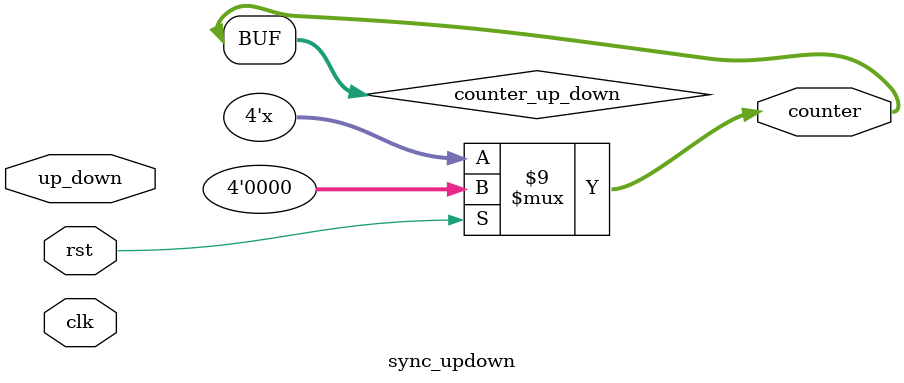
<source format=v>
`timescale 1ns / 1ps


module sync_updown(
    input clk,
    input rst,
    input up_down,
    output [3:0] counter
    );
    reg [3:0]counter_up_down;
    always@(clk or rst)
    begin
    if(rst)
    counter_up_down<=4'h0;
    else if(~up_down)
    counter_up_down<=counter_up_down + 4'd1;
    else
    counter_up_down<=counter_up_down - 4'd1;
    end
    assign counter=counter_up_down;
    
endmodule

</source>
